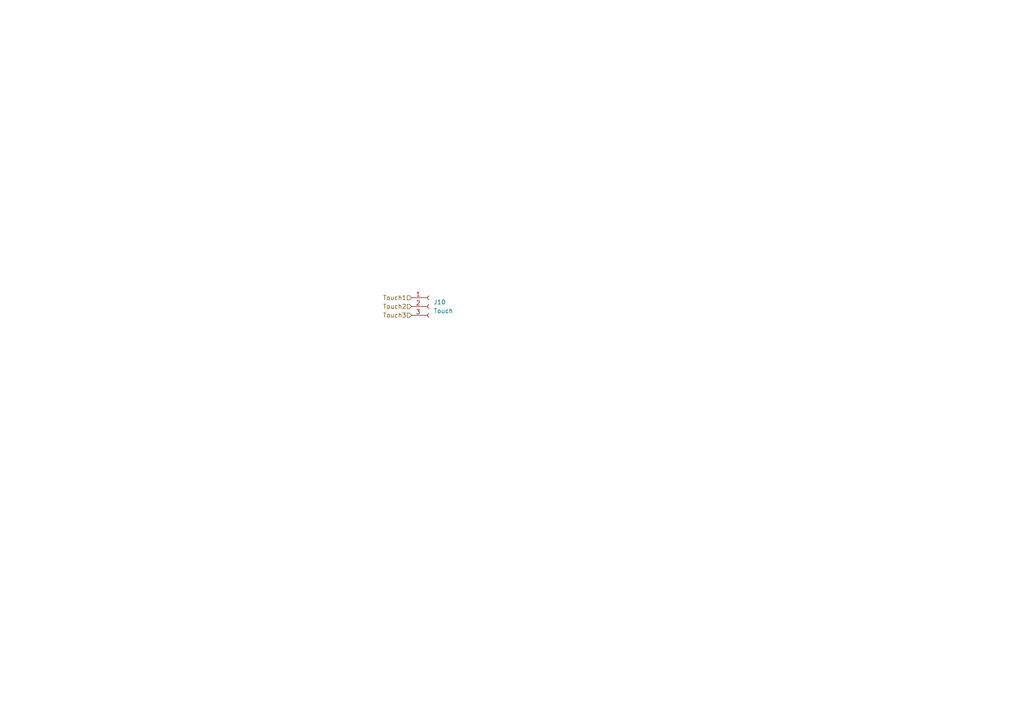
<source format=kicad_sch>
(kicad_sch (version 20231120) (generator "eeschema") (generator_version "8.0")
  (paper "A4")
  (lib_symbols
    (symbol "Connector:Conn_01x03_Socket" (pin_names (offset 1.016) hide)
      (property "Reference" "J" (at 0 5.08 0))
      (property "Value" "Conn_01x03_Socket" (at 0 -5.08 0))
      (symbol "Conn_01x03_Socket_1_1"
        (arc (start 0 -2.032) (mid -0.5058 -2.54) (end 0 -3.048) (stroke (width 0.1524)))
        (polyline (pts (xy -1.27 -2.54) (xy -0.508 -2.54)) (stroke (width 0.1524)))
        (polyline (pts (xy -1.27 0) (xy -0.508 0)) (stroke (width 0.1524)))
        (polyline (pts (xy -1.27 2.54) (xy -0.508 2.54)) (stroke (width 0.1524)))
        (arc (start 0 0.508) (mid -0.5058 0) (end 0 -0.508) (stroke (width 0.1524)))
        (arc (start 0 3.048) (mid -0.5058 2.54) (end 0 2.032) (stroke (width 0.1524)))
        (pin passive line (at -5.08 2.54 0) (length 3.81) (name "Pin_1") (number "1"))
        (pin passive line (at -5.08 0 0) (length 3.81) (name "Pin_2") (number "2"))
        (pin passive line (at -5.08 -2.54 0) (length 3.81) (name "Pin_3") (number "3"))
      )
    )
  )
  (hierarchical_label "Touch2" (shape input) (at 119.38 88.9 180))
  (hierarchical_label "Touch1" (shape input) (at 119.38 86.36 180))
  (hierarchical_label "Touch3" (shape input) (at 119.38 91.44 180))
  (symbol (lib_id "Connector:Conn_01x03_Socket") (at 124.46 88.9 0) (unit 1)
    (property "Reference" "J10" (at 125.73 87.6299 0) (effects (justify left)))
    (property "Value" "Touch" (at 125.73 90.1699 0) (effects (justify left)))
    (property "Footprint" "Connector_PinSocket_2.54mm:PinSocket_1x03_P2.54mm_Vertical" (effects (hide yes)))
    (property "Description" "Generic connector, single row, 01x03, script generated" (effects (hide yes)))
  )
)
</source>
